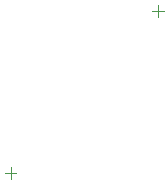
<source format=gbr>
%TF.GenerationSoftware,Altium Limited,Altium Designer,24.4.1 (13)*%
G04 Layer_Color=0*
%FSLAX45Y45*%
%MOMM*%
%TF.SameCoordinates,9860FC65-6E59-49BE-95FE-00A45DA03842*%
%TF.FilePolarity,Positive*%
%TF.FileFunction,Other,Top_Component_Center*%
%TF.Part,Single*%
G01*
G75*
%TA.AperFunction,NonConductor*%
%ADD76C,0.10000*%
D76*
X3262500Y1975000D02*
X3362500D01*
X3312500Y1925000D02*
Y2025000D01*
X2012500Y600000D02*
X2112500D01*
X2062500Y550000D02*
Y650000D01*
%TF.MD5,34b83dc730a57e4fd3f67b3027335303*%
M02*

</source>
